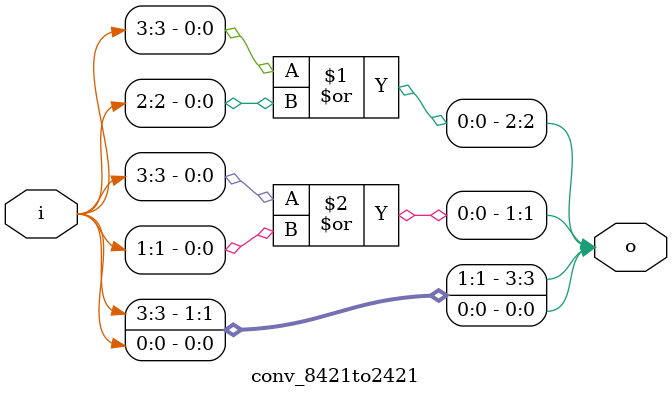
<source format=v>
module conv_8421to2421 (i,o);
input [3:0] i;
output [3:0] o;

assign o[3] = i[3];
assign o[2] = i[3] | i[2];
assign o[1] = i[3] | i[1];
assign o[0] = i[0];

endmodule
</source>
